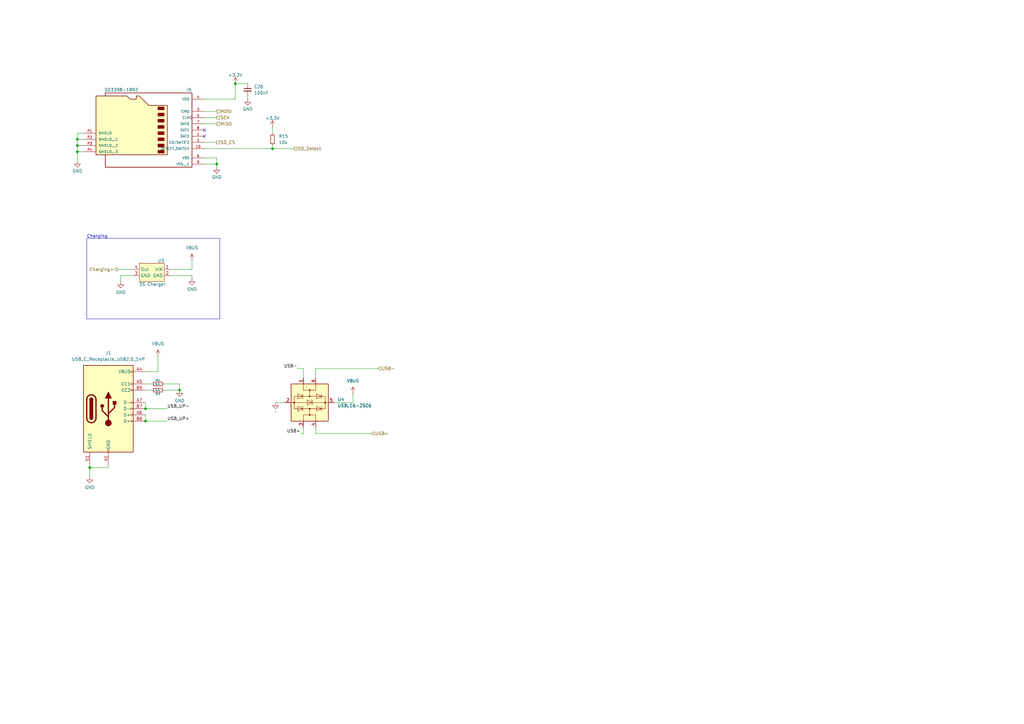
<source format=kicad_sch>
(kicad_sch (version 20231120) (generator "eeschema") (generator_version "8.0")
  (paper "A3")
  (lib_symbols
    (symbol "Connector:USB_C_Receptacle_USB2.0_14P" (pin_names (offset 1.016))
      (property "Reference" "J" (at 0 22.225 0))
      (property "Value" "USB_C_Receptacle_USB2.0_14P" (at 0 19.685 0))
      (symbol "USB_C_Receptacle_USB2.0_14P_0_0"
        (rectangle (start -0.254 -17.78) (end 0.254 -16.764))
        (rectangle (start 10.16 -4.826) (end 9.144 -5.334))
        (rectangle (start 10.16 -2.286) (end 9.144 -2.794))
        (rectangle (start 10.16 0.254) (end 9.144 -0.254))
        (rectangle (start 10.16 2.794) (end 9.144 2.286))
        (rectangle (start 10.16 7.874) (end 9.144 7.366))
        (rectangle (start 10.16 10.414) (end 9.144 9.906))
        (rectangle (start 10.16 15.494) (end 9.144 14.986))
      )
      (symbol "USB_C_Receptacle_USB2.0_14P_0_1"
        (rectangle (start -10.16 17.78) (end 10.16 -17.78) (stroke (width 0.254)) (fill (type background)))
        (arc (start -8.89 -3.81) (mid -6.985 -5.7067) (end -5.08 -3.81) (stroke (width 0.508)))
        (arc (start -7.62 -3.81) (mid -6.985 -4.4423) (end -6.35 -3.81) (stroke (width 0.254)))
        (arc (start -7.62 -3.81) (mid -6.985 -4.4423) (end -6.35 -3.81) (stroke (width 0.254)) (fill (type outline)))
        (rectangle (start -7.62 -3.81) (end -6.35 3.81) (stroke (width 0.254)) (fill (type outline)))
        (arc (start -6.35 3.81) (mid -6.985 4.4423) (end -7.62 3.81) (stroke (width 0.254)))
        (arc (start -6.35 3.81) (mid -6.985 4.4423) (end -7.62 3.81) (stroke (width 0.254)) (fill (type outline)))
        (arc (start -5.08 3.81) (mid -6.985 5.7067) (end -8.89 3.81) (stroke (width 0.508)))
        (circle (center -2.54 1.143) (radius 0.635) (stroke (width 0.254)) (fill (type outline)))
        (circle (center 0 -5.842) (radius 1.27) (fill (type outline)))
        (polyline (pts (xy -8.89 -3.81) (xy -8.89 3.81)) (stroke (width 0.508)))
        (polyline (pts (xy -5.08 3.81) (xy -5.08 -3.81)) (stroke (width 0.508)))
        (polyline (pts (xy 0 -5.842) (xy 0 4.318)) (stroke (width 0.508)))
        (polyline (pts (xy 0 -3.302) (xy -2.54 -0.762) (xy -2.54 0.508)) (stroke (width 0.508)))
        (polyline (pts (xy 0 -2.032) (xy 2.54 0.508) (xy 2.54 1.778)) (stroke (width 0.508)))
        (polyline (pts (xy -1.27 4.318) (xy 0 6.858) (xy 1.27 4.318) (xy -1.27 4.318)) (stroke (width 0.254)) (fill (type outline)))
        (rectangle (start 1.905 1.778) (end 3.175 3.048) (stroke (width 0.254)) (fill (type outline)))
      )
      (symbol "USB_C_Receptacle_USB2.0_14P_1_1"
        (pin passive line (at 0 -22.86 90) (length 5.08) (name "GND") (number "A1"))
        (pin passive line (at 0 -22.86 90) (length 5.08) hide (name "GND") (number "A12"))
        (pin passive line (at 15.24 15.24 180) (length 5.08) (name "VBUS") (number "A4"))
        (pin bidirectional line (at 15.24 10.16 180) (length 5.08) (name "CC1") (number "A5"))
        (pin bidirectional line (at 15.24 -2.54 180) (length 5.08) (name "D+") (number "A6"))
        (pin bidirectional line (at 15.24 2.54 180) (length 5.08) (name "D-") (number "A7"))
        (pin passive line (at 15.24 15.24 180) (length 5.08) hide (name "VBUS") (number "A9"))
        (pin passive line (at 0 -22.86 90) (length 5.08) hide (name "GND") (number "B1"))
        (pin passive line (at 0 -22.86 90) (length 5.08) hide (name "GND") (number "B12"))
        (pin passive line (at 15.24 15.24 180) (length 5.08) hide (name "VBUS") (number "B4"))
        (pin bidirectional line (at 15.24 7.62 180) (length 5.08) (name "CC2") (number "B5"))
        (pin bidirectional line (at 15.24 -5.08 180) (length 5.08) (name "D+") (number "B6"))
        (pin bidirectional line (at 15.24 0 180) (length 5.08) (name "D-") (number "B7"))
        (pin passive line (at 15.24 15.24 180) (length 5.08) hide (name "VBUS") (number "B9"))
        (pin passive line (at -7.62 -22.86 90) (length 5.08) (name "SHIELD") (number "S1"))
      )
    )
    (symbol "Device:C_Small" (pin_numbers hide) (pin_names (offset 0.254) hide)
      (property "Reference" "C" (at 0.254 1.778 0))
      (property "Value" "C_Small" (at 0.254 -2.032 0))
      (symbol "C_Small_0_1"
        (polyline (pts (xy -1.524 -0.508) (xy 1.524 -0.508)) (stroke (width 0.3302)))
        (polyline (pts (xy -1.524 0.508) (xy 1.524 0.508)) (stroke (width 0.3048)))
      )
      (symbol "C_Small_1_1"
        (pin passive line (at 0 2.54 270) (length 2.032) (name "~") (number "1"))
        (pin passive line (at 0 -2.54 90) (length 2.032) (name "~") (number "2"))
      )
    )
    (symbol "Device:R_Small" (pin_numbers hide) (pin_names (offset 0.254) hide)
      (property "Reference" "R" (at 0.762 0.508 0))
      (property "Value" "R_Small" (at 0.762 -1.016 0))
      (symbol "R_Small_0_1"
        (rectangle (start -0.762 1.778) (end 0.762 -1.778) (stroke (width 0.2032)))
      )
      (symbol "R_Small_1_1"
        (pin passive line (at 0 2.54 270) (length 0.762) (name "~") (number "1"))
        (pin passive line (at 0 -2.54 90) (length 0.762) (name "~") (number "2"))
      )
    )
    (symbol "Ingenium:503398-1892" (pin_names (offset 1.016))
      (property "Reference" "J" (at 3.3782 0.1778 0))
      (property "Value" "503398-1892" (at 21.463 1.9304 0))
      (symbol "503398-1892_0_0"
        (pin passive line (at -5.08 -17.78 0) (length 5.08) (name "DAT2") (number "1"))
        (pin passive line (at -5.08 -22.86 0) (length 5.08) (name "DETECT_SWITCH") (number "10"))
        (pin passive line (at -5.08 -20.32 0) (length 5.08) (name "CD/DAT3^2") (number "2"))
        (pin passive line (at -5.08 -7.62 0) (length 5.08) (name "CMD") (number "3"))
        (pin power_in line (at -5.08 -2.54 0) (length 5.08) (name "VDD") (number "4"))
        (pin passive clock (at -5.08 -10.16 0) (length 5.08) (name "CLK") (number "5"))
        (pin power_in line (at -5.08 -26.67 0) (length 5.08) (name "VSS") (number "6"))
        (pin passive line (at -5.08 -12.7 0) (length 5.08) (name "DAT0") (number "7"))
        (pin passive line (at -5.08 -15.24 0) (length 5.08) (name "DAT1") (number "8"))
        (pin power_in line (at -5.08 -29.21 0) (length 5.08) (name "VSS__1") (number "9"))
        (pin passive line (at 44.45 -16.51 180) (length 5.08) (name "SHIELD") (number "P1"))
        (pin passive line (at 44.45 -19.05 180) (length 5.08) (name "SHIELD__1") (number "P2"))
        (pin passive line (at 44.45 -21.59 180) (length 5.08) (name "SHIELD__2") (number "P3"))
        (pin passive line (at 44.45 -24.13 180) (length 5.08) (name "SHIELD__3") (number "P4"))
      )
      (symbol "503398-1892_0_1"
        (polyline (pts (xy 35.56 -1.27) (xy 35.56 0) (xy 0 0) (xy 0 -30.48) (xy 35.56 -30.48) (xy 35.56 -25.4)) (stroke (width 0.254)))
        (polyline (pts (xy 10.16 -25.4) (xy 10.16 -5.08) (xy 17.78 -5.08) (xy 21.59 -1.27) (xy 22.86 -1.27) (xy 22.86 -2.54) (xy 25.4 -2.54) (xy 26.67 -1.27) (xy 39.37 -1.27) (xy 39.37 -25.4) (xy 10.16 -25.4)) (stroke (width 0.254)) (fill (type background)))
        (rectangle (start 11.43 -23.495) (end 13.97 -24.765) (fill (type outline)))
        (rectangle (start 11.43 -20.955) (end 13.97 -22.225) (fill (type outline)))
        (rectangle (start 11.43 -18.415) (end 13.97 -19.685) (fill (type outline)))
        (rectangle (start 11.43 -15.875) (end 13.97 -17.145) (fill (type outline)))
        (rectangle (start 11.43 -13.335) (end 13.97 -14.605) (fill (type outline)))
        (rectangle (start 11.43 -10.795) (end 13.97 -12.065) (fill (type outline)))
        (rectangle (start 11.43 -8.255) (end 13.97 -9.525) (fill (type outline)))
        (rectangle (start 11.43 -5.715) (end 13.97 -6.985) (fill (type outline)))
      )
    )
    (symbol "Ingenium:Step-Up_Boost_Module"
      (property "Reference" "U" (at -4.5212 3.5814 0))
      (property "Value" "3S Charger" (at 0 0 0))
      (symbol "Step-Up_Boost_Module_1_1"
        (rectangle (start -5.08 2.54) (end 5.08 -5.08) (fill (type background)))
        (pin input line (at 7.62 0 180) (length 2.54) (name "VIN") (number "1"))
        (pin input line (at 7.62 -2.54 180) (length 2.54) (name "GND") (number "2"))
        (pin input line (at -7.62 -2.54 0) (length 2.54) (name "GND") (number "3"))
        (pin input line (at -7.62 0 0) (length 2.54) (name "Out") (number "4"))
      )
    )
    (symbol "Power_Protection:USBLC6-2SC6" (pin_names hide)
      (property "Reference" "U" (at 2.54 8.89 0))
      (property "Value" "USBLC6-2SC6" (at 2.54 -8.89 0))
      (symbol "USBLC6-2SC6_0_1"
        (rectangle (start -7.62 -7.62) (end 7.62 7.62) (stroke (width 0.254)) (fill (type background)))
        (circle (center -5.08 0) (radius 0.254) (fill (type outline)))
        (circle (center -2.54 0) (radius 0.254) (fill (type outline)))
        (rectangle (start -2.54 6.35) (end 2.54 -6.35))
        (circle (center 0 -6.35) (radius 0.254) (fill (type outline)))
        (polyline (pts (xy -5.08 -2.54) (xy -7.62 -2.54)))
        (polyline (pts (xy -5.08 0) (xy -5.08 -2.54)))
        (polyline (pts (xy -5.08 2.54) (xy -7.62 2.54)))
        (polyline (pts (xy -1.524 -2.794) (xy -3.556 -2.794)))
        (polyline (pts (xy -1.524 4.826) (xy -3.556 4.826)))
        (polyline (pts (xy 0 -7.62) (xy 0 -6.35)))
        (polyline (pts (xy 0 -6.35) (xy 0 1.27)))
        (polyline (pts (xy 0 1.27) (xy 0 6.35)))
        (polyline (pts (xy 0 6.35) (xy 0 7.62)))
        (polyline (pts (xy 1.524 -2.794) (xy 3.556 -2.794)))
        (polyline (pts (xy 1.524 4.826) (xy 3.556 4.826)))
        (polyline (pts (xy 5.08 -2.54) (xy 7.62 -2.54)))
        (polyline (pts (xy 5.08 0) (xy 5.08 -2.54)))
        (polyline (pts (xy 5.08 2.54) (xy 7.62 2.54)))
        (polyline (pts (xy -2.54 0) (xy -5.08 0) (xy -5.08 2.54)))
        (polyline (pts (xy 2.54 0) (xy 5.08 0) (xy 5.08 2.54)))
        (polyline (pts (xy -3.556 -4.826) (xy -1.524 -4.826) (xy -2.54 -2.794) (xy -3.556 -4.826)))
        (polyline (pts (xy -3.556 2.794) (xy -1.524 2.794) (xy -2.54 4.826) (xy -3.556 2.794)))
        (polyline (pts (xy -1.016 -1.016) (xy 1.016 -1.016) (xy 0 1.016) (xy -1.016 -1.016)))
        (polyline (pts (xy 1.016 1.016) (xy 0.762 1.016) (xy -1.016 1.016) (xy -1.016 0.508)))
        (polyline (pts (xy 3.556 -4.826) (xy 1.524 -4.826) (xy 2.54 -2.794) (xy 3.556 -4.826)))
        (polyline (pts (xy 3.556 2.794) (xy 1.524 2.794) (xy 2.54 4.826) (xy 3.556 2.794)))
        (circle (center 0 6.35) (radius 0.254) (fill (type outline)))
        (circle (center 2.54 0) (radius 0.254) (fill (type outline)))
        (circle (center 5.08 0) (radius 0.254) (fill (type outline)))
      )
      (symbol "USBLC6-2SC6_1_1"
        (pin passive line (at -10.16 -2.54 0) (length 2.54) (name "I/O1") (number "1"))
        (pin passive line (at 0 -10.16 90) (length 2.54) (name "GND") (number "2"))
        (pin passive line (at 10.16 -2.54 180) (length 2.54) (name "I/O2") (number "3"))
        (pin passive line (at 10.16 2.54 180) (length 2.54) (name "I/O2") (number "4"))
        (pin passive line (at 0 10.16 270) (length 2.54) (name "VBUS") (number "5"))
        (pin passive line (at -10.16 2.54 0) (length 2.54) (name "I/O1") (number "6"))
      )
    )
    (symbol "power:+3.3V" (power) (pin_numbers hide) (pin_names (offset 0) hide)
      (property "Value" "+3.3V" (at 0 3.556 0))
      (symbol "+3.3V_0_1"
        (polyline (pts (xy -0.762 1.27) (xy 0 2.54)))
        (polyline (pts (xy 0 0) (xy 0 2.54)))
        (polyline (pts (xy 0 2.54) (xy 0.762 1.27)))
      )
      (symbol "+3.3V_1_1"
        (pin power_in line (at 0 0 90) (length 0) (name "~") (number "1"))
      )
    )
    (symbol "power:GND" (power) (pin_numbers hide) (pin_names (offset 0) hide)
      (property "Value" "GND" (at 0 -3.81 0))
      (symbol "GND_0_1"
        (polyline (pts (xy 0 0) (xy 0 -1.27) (xy 1.27 -1.27) (xy 0 -2.54) (xy -1.27 -1.27) (xy 0 -1.27)))
      )
      (symbol "GND_1_1"
        (pin power_in line (at 0 0 270) (length 0) (name "~") (number "1"))
      )
    )
    (symbol "power:VBUS" (power) (pin_numbers hide) (pin_names (offset 0) hide)
      (property "Value" "VBUS" (at 0 3.556 0))
      (symbol "VBUS_0_1"
        (polyline (pts (xy -0.762 1.27) (xy 0 2.54)))
        (polyline (pts (xy 0 0) (xy 0 2.54)))
        (polyline (pts (xy 0 2.54) (xy 0.762 1.27)))
      )
      (symbol "VBUS_1_1"
        (pin power_in line (at 0 0 90) (length 0) (name "~") (number "1"))
      )
    )
  )
  (junction (at 59.69 172.72))
  (junction (at 36.83 191.77))
  (junction (at 59.69 167.64))
  (junction (at 31.75 59.69))
  (junction (at 88.9 67.31))
  (junction (at 31.75 57.15))
  (junction (at 111.76 60.96))
  (junction (at 73.66 160.02))
  (junction (at 96.52 34.29))
  (junction (at 31.75 62.23))
  (no_connect (at 83.82 53.34))
  (no_connect (at 83.82 55.88))
  (wire (pts (xy 59.69 167.64) (xy 68.58 167.64)))
  (wire (pts (xy 59.69 165.1) (xy 59.69 167.64)))
  (wire (pts (xy 113.03 165.1) (xy 116.84 165.1)))
  (wire (pts (xy 73.66 157.48) (xy 73.66 160.02)))
  (wire (pts (xy 83.82 58.42) (xy 88.9 58.42)))
  (wire (pts (xy 111.76 52.07) (xy 111.76 54.61)))
  (wire (pts (xy 129.54 154.94) (xy 129.54 151.13)))
  (wire (pts (xy 64.77 152.4) (xy 59.69 152.4)))
  (wire (pts (xy 36.83 191.77) (xy 44.45 191.77)))
  (wire (pts (xy 36.83 190.5) (xy 36.83 191.77)))
  (wire (pts (xy 49.53 113.03) (xy 54.61 113.03)))
  (wire (pts (xy 78.74 113.03) (xy 69.85 113.03)))
  (wire (pts (xy 78.74 114.3) (xy 78.74 113.03)))
  (wire (pts (xy 83.82 40.64) (xy 96.52 40.64)))
  (wire (pts (xy 96.52 34.29) (xy 96.52 40.64)))
  (wire (pts (xy 96.52 34.29) (xy 101.6 34.29)))
  (wire (pts (xy 124.46 151.13) (xy 124.46 154.94)))
  (wire (pts (xy 152.4 177.8) (xy 129.54 177.8)))
  (wire (pts (xy 129.54 151.13) (xy 154.94 151.13)))
  (wire (pts (xy 31.75 54.61) (xy 34.29 54.61)))
  (wire (pts (xy 31.75 62.23) (xy 31.75 59.69)))
  (wire (pts (xy 83.82 50.8) (xy 88.9 50.8)))
  (wire (pts (xy 121.92 151.13) (xy 124.46 151.13)))
  (wire (pts (xy 129.54 175.26) (xy 129.54 177.8)))
  (wire (pts (xy 83.82 45.72) (xy 88.9 45.72)))
  (wire (pts (xy 44.45 191.77) (xy 44.45 190.5)))
  (wire (pts (xy 59.69 157.48) (xy 62.23 157.48)))
  (wire (pts (xy 101.6 40.64) (xy 101.6 39.37)))
  (wire (pts (xy 67.31 160.02) (xy 73.66 160.02)))
  (wire (pts (xy 59.69 170.18) (xy 59.69 172.72)))
  (wire (pts (xy 83.82 60.96) (xy 111.76 60.96)))
  (wire (pts (xy 78.74 106.68) (xy 78.74 110.49)))
  (wire (pts (xy 64.77 146.05) (xy 64.77 152.4)))
  (wire (pts (xy 88.9 67.31) (xy 83.82 67.31)))
  (wire (pts (xy 67.31 157.48) (xy 73.66 157.48)))
  (wire (pts (xy 144.78 161.29) (xy 144.78 165.1)))
  (wire (pts (xy 49.53 115.57) (xy 49.53 113.03)))
  (wire (pts (xy 31.75 59.69) (xy 34.29 59.69)))
  (wire (pts (xy 111.76 60.96) (xy 120.65 60.96)))
  (wire (pts (xy 83.82 64.77) (xy 88.9 64.77)))
  (wire (pts (xy 123.19 177.8) (xy 124.46 177.8)))
  (wire (pts (xy 124.46 175.26) (xy 124.46 177.8)))
  (wire (pts (xy 36.83 191.77) (xy 36.83 195.58)))
  (wire (pts (xy 59.69 172.72) (xy 68.58 172.72)))
  (wire (pts (xy 69.85 110.49) (xy 78.74 110.49)))
  (wire (pts (xy 31.75 59.69) (xy 31.75 57.15)))
  (wire (pts (xy 48.26 110.49) (xy 54.61 110.49)))
  (wire (pts (xy 111.76 59.69) (xy 111.76 60.96)))
  (wire (pts (xy 31.75 62.23) (xy 34.29 62.23)))
  (wire (pts (xy 31.75 66.04) (xy 31.75 62.23)))
  (wire (pts (xy 88.9 64.77) (xy 88.9 67.31)))
  (wire (pts (xy 137.16 165.1) (xy 144.78 165.1)))
  (wire (pts (xy 88.9 68.58) (xy 88.9 67.31)))
  (wire (pts (xy 83.82 48.26) (xy 88.9 48.26)))
  (wire (pts (xy 59.69 160.02) (xy 62.23 160.02)))
  (wire (pts (xy 31.75 57.15) (xy 31.75 54.61)))
  (wire (pts (xy 31.75 57.15) (xy 34.29 57.15)))
  (rectangle (start 35.56 97.79) (end 90.17 130.81))
  (text "Charging" (at 39.878 97.028 0) (effects (font (size 1.27 1.27))))
  (label "USB+" (at 123.19 177.8 180))
  (label "USB_UP+" (at 68.58 172.72 0))
  (label "USB-" (at 121.92 151.13 180))
  (label "USB_UP-" (at 68.58 167.64 0))
  (hierarchical_label "MOSI" (shape passive) (at 88.9 45.72 0))
  (hierarchical_label "SD_CS" (shape passive) (at 88.9 58.42 0))
  (hierarchical_label "USB-" (shape input) (at 154.94 151.13 0))
  (hierarchical_label "SCK" (shape passive) (at 88.9 48.26 0))
  (hierarchical_label "MISO" (shape passive) (at 88.9 50.8 0))
  (hierarchical_label "USB+" (shape input) (at 152.4 177.8 0))
  (hierarchical_label "SD_Detect" (shape passive) (at 120.65 60.96 0))
  (hierarchical_label "Charging+" (shape output) (at 48.26 110.49 180))
  (symbol (lib_id "Ingenium:Step-Up_Boost_Module") (at 62.23 110.49 0) (unit 1)
    (property "Reference" "U3" (at 66.04 106.934 0))
    (property "Value" "3S Charger" (at 62.484 116.586 0))
    (property "Datasheet" "https://www.aliexpress.com/item/1005007752669376.html?spm=a2g0o.cart.0.0.852938daEZ1DRh&mp=1&pdp_npi=5%40dis%21NZD%21NZD%201.04%21NZD%200.73%21%21NZD%200.73%21%21%21%4021030ea417476186718656007ee94b%2112000042089881497%21ct%21NZ%216331760048%21%211%210" (effects (hide yes)))
  )
  (symbol (lib_id "power:VBUS") (at 64.77 146.05 0) (unit 1)
    (property "Reference" "#PWR017" (effects (hide yes)))
    (property "Value" "VBUS" (at 64.77 140.97 0))
    (property "Description" "Power symbol creates a global label with name \"VBUS\"" (effects (hide yes)))
  )
  (symbol (lib_id "power:VBUS") (at 144.78 161.29 0) (unit 1)
    (property "Reference" "#PWR033" (effects (hide yes)))
    (property "Value" "VBUS" (at 144.78 156.21 0))
    (property "Description" "Power symbol creates a global label with name \"VBUS\"" (effects (hide yes)))
  )
  (symbol (lib_id "power:GND") (at 36.83 195.58 0) (unit 1)
    (property "Reference" "#PWR035" (effects (hide yes)))
    (property "Value" "GND" (at 36.83 199.898 0))
    (property "Description" "Power symbol creates a global label with name \"GND\" , ground" (effects (hide yes)))
  )
  (symbol (lib_id "power:GND") (at 73.66 160.02 0) (unit 1)
    (property "Reference" "#PWR018" (effects (hide yes)))
    (property "Value" "GND" (at 73.66 164.338 0))
    (property "Description" "Power symbol creates a global label with name \"GND\" , ground" (effects (hide yes)))
  )
  (symbol (lib_id "power:+3.3V") (at 96.52 34.29 0) (unit 1)
    (property "Reference" "#PWR057" (effects (hide yes)))
    (property "Value" "+3.3V" (at 96.52 30.734 0))
    (property "Description" "Power symbol creates a global label with name \"+3.3V\"" (effects (hide yes)))
  )
  (symbol (lib_id "power:GND") (at 31.75 66.04 0) (unit 1)
    (property "Reference" "#PWR060" (effects (hide yes)))
    (property "Value" "GND" (at 31.75 70.104 0))
    (property "Description" "Power symbol creates a global label with name \"GND\" , ground" (effects (hide yes)))
  )
  (symbol (lib_id "power:GND") (at 49.53 115.57 0) (unit 1)
    (property "Reference" "#PWR032" (effects (hide yes)))
    (property "Value" "GND" (at 49.53 119.888 0))
    (property "Description" "Power symbol creates a global label with name \"GND\" , ground" (effects (hide yes)))
  )
  (symbol (lib_id "power:GND") (at 113.03 165.1 0) (unit 1)
    (property "Reference" "#PWR034" (effects (hide yes)))
    (property "Value" "~" (at 113.03 168.91 0) (effects (font (size 0.635 0.635))))
    (property "Description" "Power symbol creates a global label with name \"GND\" , ground" (effects (hide yes)))
  )
  (symbol (lib_id "Device:R_Small") (at 64.77 157.48 90) (mirror x) (unit 1)
    (property "Reference" "R11" (at 64.77 155.956 90) (effects (font (size 0.635 0.635))))
    (property "Value" "5.1k" (at 64.77 157.48 90) (effects (font (size 0.635 0.635))))
    (property "Description" "Resistor, small symbol" (effects (hide yes)))
  )
  (symbol (lib_id "Device:C_Small") (at 101.6 36.83 0) (unit 1)
    (property "Reference" "C26" (at 104.14 35.5662 0) (effects (justify left)))
    (property "Value" "100nF" (at 104.14 38.1062 0) (effects (justify left)))
    (property "Description" "Unpolarized capacitor, small symbol" (effects (hide yes)))
  )
  (symbol (lib_id "power:GND") (at 88.9 68.58 0) (unit 1)
    (property "Reference" "#PWR059" (effects (hide yes)))
    (property "Value" "GND" (at 88.9 72.644 0))
    (property "Description" "Power symbol creates a global label with name \"GND\" , ground" (effects (hide yes)))
  )
  (symbol (lib_id "power:VBUS") (at 78.74 106.68 0) (unit 1)
    (property "Reference" "#PWR030" (effects (hide yes)))
    (property "Value" "VBUS" (at 78.74 101.6 0))
    (property "Description" "Power symbol creates a global label with name \"VBUS\"" (effects (hide yes)))
  )
  (symbol (lib_id "power:GND") (at 78.74 114.3 0) (unit 1)
    (property "Reference" "#PWR031" (effects (hide yes)))
    (property "Value" "GND" (at 78.74 118.618 0))
    (property "Description" "Power symbol creates a global label with name \"GND\" , ground" (effects (hide yes)))
  )
  (symbol (lib_id "Connector:USB_C_Receptacle_USB2.0_14P") (at 44.45 167.64 0) (unit 1)
    (property "Reference" "J1" (at 44.45 144.78 0))
    (property "Value" "USB_C_Receptacle_USB2.0_14P" (at 44.45 147.32 0))
    (property "Datasheet" "https://www.usb.org/sites/default/files/documents/usb_type-c.zip" (effects (hide yes)))
    (property "Description" "USB 2.0-only 14P Type-C Receptacle connector" (effects (hide yes)))
  )
  (symbol (lib_id "power:GND") (at 101.6 40.64 0) (unit 1)
    (property "Reference" "#PWR058" (effects (hide yes)))
    (property "Value" "GND" (at 101.6 44.704 0))
    (property "Description" "Power symbol creates a global label with name \"GND\" , ground" (effects (hide yes)))
  )
  (symbol (lib_id "power:+3.3V") (at 111.76 52.07 0) (unit 1)
    (property "Reference" "#PWR061" (effects (hide yes)))
    (property "Value" "+3.3V" (at 111.76 48.514 0))
    (property "Description" "Power symbol creates a global label with name \"+3.3V\"" (effects (hide yes)))
  )
  (symbol (lib_id "Power_Protection:USBLC6-2SC6") (at 127 165.1 270) (unit 1)
    (property "Reference" "U4" (at 138.43 163.83 90) (effects (justify left)))
    (property "Value" "USBLC6-2SC6" (at 138.43 166.37 90) (effects (justify left)))
    (property "Footprint" "Package_TO_SOT_SMD:SOT-23-6" (effects (hide yes)))
    (property "Datasheet" "https://www.st.com/resource/en/datasheet/usblc6-2.pdf" (effects (hide yes)))
  )
  (symbol (lib_id "Device:R_Small") (at 111.76 57.15 0) (unit 1)
    (property "Reference" "R15" (at 114.3 55.8799 0) (effects (justify left)))
    (property "Value" "10k" (at 114.3 58.4199 0) (effects (justify left)))
    (property "Footprint" "Resistor_SMD:R_0402_1005Metric" (effects (hide yes)))
    (property "Description" "Resistor, small symbol" (effects (hide yes)))
  )
  (symbol (lib_id "Device:R_Small") (at 64.77 160.02 90) (mirror x) (unit 1)
    (property "Reference" "R12" (at 64.77 161.544 90) (effects (font (size 0.635 0.635))))
    (property "Value" "5.1k" (at 64.77 160.02 90) (effects (font (size 0.635 0.635))))
    (property "Description" "Resistor, small symbol" (effects (hide yes)))
  )
  (symbol (lib_id "Ingenium:503398-1892") (at 78.74 38.1 0) (mirror y) (unit 1)
    (property "Reference" "J5" (at 77.47 36.83 0))
    (property "Value" "503398-1892" (at 49.784 36.83 0))
    (property "Footprint" "503398-1892:MOLEX_503398-1892" (effects (hide yes)))
    (property "PARTREV" "0" (effects (hide yes)))
    (property "MANUFACTURER" "molex" (effects (hide yes)))
    (property "STANDARD" "MANUFACTURER RECOMMENDATIONS" (effects (hide yes)))
  )
)
</source>
